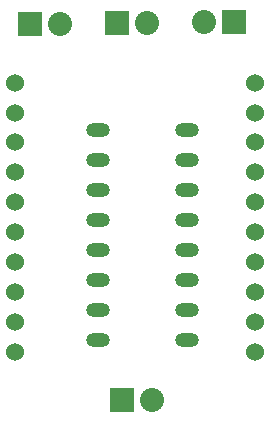
<source format=gbr>
G04 #@! TF.FileFunction,Copper,L2,Bot,Signal*
%FSLAX46Y46*%
G04 Gerber Fmt 4.6, Leading zero omitted, Abs format (unit mm)*
G04 Created by KiCad (PCBNEW 4.0.2+dfsg1-stable) date Mon 27 Feb 2017 07:22:47 PM EST*
%MOMM*%
G01*
G04 APERTURE LIST*
%ADD10C,0.100000*%
%ADD11R,2.032000X2.032000*%
%ADD12O,2.032000X2.032000*%
%ADD13O,2.000000X1.200000*%
%ADD14C,1.524000*%
G04 APERTURE END LIST*
D10*
D11*
X116903500Y-82804000D03*
D12*
X119443500Y-82804000D03*
D11*
X134175500Y-82613500D03*
D12*
X131635500Y-82613500D03*
D11*
X124333000Y-82740500D03*
D12*
X126873000Y-82740500D03*
D13*
X130188500Y-91757500D03*
X122668500Y-91757500D03*
X130188500Y-94297500D03*
X122668500Y-94297500D03*
X130188500Y-96837500D03*
X122668500Y-96837500D03*
X130188500Y-99377500D03*
X122668500Y-99377500D03*
X130188500Y-101917500D03*
X122668500Y-101917500D03*
X130188500Y-104457500D03*
X122668500Y-104457500D03*
X130188500Y-106997500D03*
X122668500Y-106997500D03*
X130188500Y-109537500D03*
X122668500Y-109537500D03*
D14*
X115697000Y-87757000D03*
X115697000Y-90287000D03*
X115697000Y-92817000D03*
X115697000Y-95347000D03*
X115697000Y-97877000D03*
X115697000Y-100407000D03*
X115697000Y-102937000D03*
X115697000Y-105467000D03*
X115697000Y-107997000D03*
X115697000Y-110527000D03*
X136017000Y-110527000D03*
X136017000Y-107997000D03*
X136017000Y-105467000D03*
X136017000Y-102937000D03*
X136017000Y-100407000D03*
X136017000Y-97877000D03*
X136017000Y-95347000D03*
X136017000Y-92817000D03*
X136017000Y-90287000D03*
X136017000Y-87757000D03*
D11*
X124714000Y-114617500D03*
D12*
X127254000Y-114617500D03*
M02*

</source>
